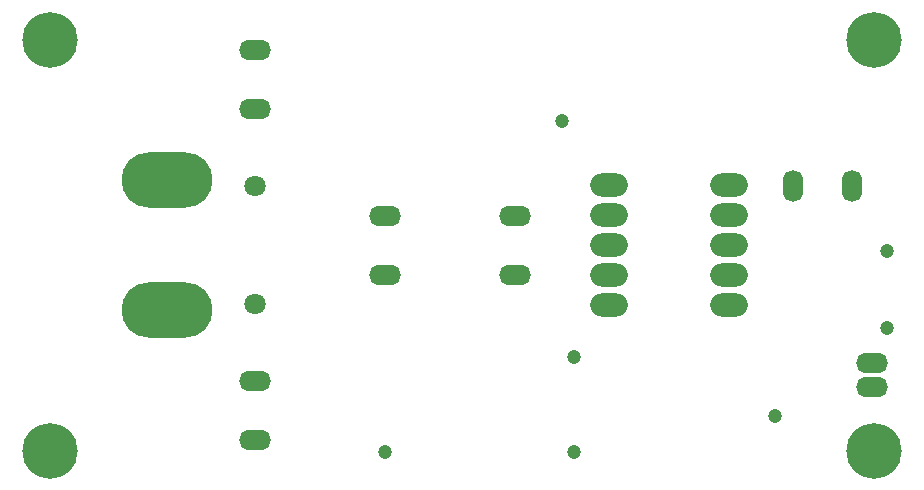
<source format=gbs>
G04 Layer_Color=16711935*
%FSLAX25Y25*%
%MOIN*%
G70*
G01*
G75*
%ADD42C,0.07099*%
%ADD43O,0.12611X0.07690*%
%ADD44O,0.10642X0.06706*%
%ADD45C,0.18517*%
%ADD46O,0.06706X0.10642*%
%ADD47O,0.10642X0.06706*%
%ADD48O,0.30328X0.18517*%
%ADD49C,0.04737*%
D42*
X78740Y-19685D02*
D03*
Y19685D02*
D03*
D43*
X196535Y20000D02*
D03*
Y10000D02*
D03*
Y0D02*
D03*
Y-10000D02*
D03*
Y-20000D02*
D03*
X236535Y20000D02*
D03*
Y10000D02*
D03*
Y0D02*
D03*
Y-10000D02*
D03*
Y-20000D02*
D03*
D44*
X284449Y-39370D02*
D03*
Y-47244D02*
D03*
X78740Y-45276D02*
D03*
Y-64961D02*
D03*
Y45276D02*
D03*
Y64961D02*
D03*
D45*
X285039Y-68504D02*
D03*
X10236Y-68504D02*
D03*
Y68504D02*
D03*
X285039D02*
D03*
D46*
X257874Y19685D02*
D03*
X277559D02*
D03*
D47*
X122047Y9843D02*
D03*
Y-9843D02*
D03*
X165354Y9843D02*
D03*
Y-9843D02*
D03*
D48*
X49213Y-21654D02*
D03*
Y21654D02*
D03*
D49*
X185039Y-37402D02*
D03*
Y-68898D02*
D03*
X122047D02*
D03*
X251969Y-57087D02*
D03*
X289370Y-27559D02*
D03*
Y-1969D02*
D03*
X181102Y41339D02*
D03*
M02*

</source>
